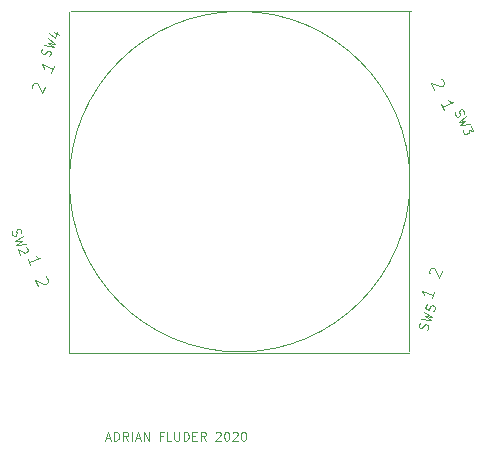
<source format=gbr>
G04 #@! TF.GenerationSoftware,KiCad,Pcbnew,(5.1.4)-1*
G04 #@! TF.CreationDate,2020-08-01T17:35:12+02:00*
G04 #@! TF.ProjectId,ArduinoProMicroUSB,41726475-696e-46f5-9072-6f4d6963726f,rev?*
G04 #@! TF.SameCoordinates,Original*
G04 #@! TF.FileFunction,Legend,Top*
G04 #@! TF.FilePolarity,Positive*
%FSLAX46Y46*%
G04 Gerber Fmt 4.6, Leading zero omitted, Abs format (unit mm)*
G04 Created by KiCad (PCBNEW (5.1.4)-1) date 2020-08-01 17:35:12*
%MOMM*%
%LPD*%
G04 APERTURE LIST*
%ADD10C,0.120000*%
%ADD11C,0.100000*%
%ADD12C,0.015000*%
G04 APERTURE END LIST*
D10*
X185191400Y-61226701D02*
X185191400Y-75643437D01*
X185191400Y-61226701D02*
X185191400Y-46850300D01*
X156387800Y-61277501D02*
X156387800Y-75694237D01*
X156387800Y-61277501D02*
X156387800Y-46901100D01*
X170764200Y-75755500D02*
X156347463Y-75755500D01*
X170764200Y-75755500D02*
X185140600Y-75755500D01*
X170916600Y-46850300D02*
X156499863Y-46850300D01*
X170916600Y-46850300D02*
X185293000Y-46850300D01*
X185231738Y-61277500D02*
G75*
G03X185231738Y-61277500I-14416738J0D01*
G01*
D11*
X159501628Y-82992500D02*
X159858771Y-82992500D01*
X159430200Y-83206785D02*
X159680200Y-82456785D01*
X159930200Y-83206785D01*
X160180200Y-83206785D02*
X160180200Y-82456785D01*
X160358771Y-82456785D01*
X160465914Y-82492500D01*
X160537342Y-82563928D01*
X160573057Y-82635357D01*
X160608771Y-82778214D01*
X160608771Y-82885357D01*
X160573057Y-83028214D01*
X160537342Y-83099642D01*
X160465914Y-83171071D01*
X160358771Y-83206785D01*
X160180200Y-83206785D01*
X161358771Y-83206785D02*
X161108771Y-82849642D01*
X160930200Y-83206785D02*
X160930200Y-82456785D01*
X161215914Y-82456785D01*
X161287342Y-82492500D01*
X161323057Y-82528214D01*
X161358771Y-82599642D01*
X161358771Y-82706785D01*
X161323057Y-82778214D01*
X161287342Y-82813928D01*
X161215914Y-82849642D01*
X160930200Y-82849642D01*
X161680200Y-83206785D02*
X161680200Y-82456785D01*
X162001628Y-82992500D02*
X162358771Y-82992500D01*
X161930200Y-83206785D02*
X162180200Y-82456785D01*
X162430200Y-83206785D01*
X162680200Y-83206785D02*
X162680200Y-82456785D01*
X163108771Y-83206785D01*
X163108771Y-82456785D01*
X164287342Y-82813928D02*
X164037342Y-82813928D01*
X164037342Y-83206785D02*
X164037342Y-82456785D01*
X164394485Y-82456785D01*
X165037342Y-83206785D02*
X164680200Y-83206785D01*
X164680200Y-82456785D01*
X165287342Y-82456785D02*
X165287342Y-83063928D01*
X165323057Y-83135357D01*
X165358771Y-83171071D01*
X165430200Y-83206785D01*
X165573057Y-83206785D01*
X165644485Y-83171071D01*
X165680200Y-83135357D01*
X165715914Y-83063928D01*
X165715914Y-82456785D01*
X166073057Y-83206785D02*
X166073057Y-82456785D01*
X166251628Y-82456785D01*
X166358771Y-82492500D01*
X166430200Y-82563928D01*
X166465914Y-82635357D01*
X166501628Y-82778214D01*
X166501628Y-82885357D01*
X166465914Y-83028214D01*
X166430200Y-83099642D01*
X166358771Y-83171071D01*
X166251628Y-83206785D01*
X166073057Y-83206785D01*
X166823057Y-82813928D02*
X167073057Y-82813928D01*
X167180200Y-83206785D02*
X166823057Y-83206785D01*
X166823057Y-82456785D01*
X167180200Y-82456785D01*
X167930200Y-83206785D02*
X167680200Y-82849642D01*
X167501628Y-83206785D02*
X167501628Y-82456785D01*
X167787342Y-82456785D01*
X167858771Y-82492500D01*
X167894485Y-82528214D01*
X167930200Y-82599642D01*
X167930200Y-82706785D01*
X167894485Y-82778214D01*
X167858771Y-82813928D01*
X167787342Y-82849642D01*
X167501628Y-82849642D01*
X168787342Y-82528214D02*
X168823057Y-82492500D01*
X168894485Y-82456785D01*
X169073057Y-82456785D01*
X169144485Y-82492500D01*
X169180200Y-82528214D01*
X169215914Y-82599642D01*
X169215914Y-82671071D01*
X169180200Y-82778214D01*
X168751628Y-83206785D01*
X169215914Y-83206785D01*
X169680200Y-82456785D02*
X169751628Y-82456785D01*
X169823057Y-82492500D01*
X169858771Y-82528214D01*
X169894485Y-82599642D01*
X169930200Y-82742500D01*
X169930200Y-82921071D01*
X169894485Y-83063928D01*
X169858771Y-83135357D01*
X169823057Y-83171071D01*
X169751628Y-83206785D01*
X169680200Y-83206785D01*
X169608771Y-83171071D01*
X169573057Y-83135357D01*
X169537342Y-83063928D01*
X169501628Y-82921071D01*
X169501628Y-82742500D01*
X169537342Y-82599642D01*
X169573057Y-82528214D01*
X169608771Y-82492500D01*
X169680200Y-82456785D01*
X170215914Y-82528214D02*
X170251628Y-82492500D01*
X170323057Y-82456785D01*
X170501628Y-82456785D01*
X170573057Y-82492500D01*
X170608771Y-82528214D01*
X170644485Y-82599642D01*
X170644485Y-82671071D01*
X170608771Y-82778214D01*
X170180200Y-83206785D01*
X170644485Y-83206785D01*
X171108771Y-82456785D02*
X171180200Y-82456785D01*
X171251628Y-82492500D01*
X171287342Y-82528214D01*
X171323057Y-82599642D01*
X171358771Y-82742500D01*
X171358771Y-82921071D01*
X171323057Y-83063928D01*
X171287342Y-83135357D01*
X171251628Y-83171071D01*
X171180200Y-83206785D01*
X171108771Y-83206785D01*
X171037342Y-83171071D01*
X171001628Y-83135357D01*
X170965914Y-83063928D01*
X170930200Y-82921071D01*
X170930200Y-82742500D01*
X170965914Y-82599642D01*
X171001628Y-82528214D01*
X171037342Y-82492500D01*
X171108771Y-82456785D01*
D12*
X151510658Y-65482906D02*
X151513897Y-65601433D01*
X151578017Y-65777603D01*
X151638900Y-65835247D01*
X151686958Y-65857657D01*
X151770250Y-65867243D01*
X151840719Y-65841595D01*
X151898363Y-65780712D01*
X151920773Y-65732654D01*
X151930358Y-65649362D01*
X151914296Y-65495601D01*
X151923882Y-65412309D01*
X151946292Y-65364251D01*
X152003936Y-65303368D01*
X152074404Y-65277720D01*
X152157696Y-65287306D01*
X152205754Y-65309716D01*
X152266637Y-65367360D01*
X152330757Y-65543530D01*
X152333996Y-65662056D01*
X152458999Y-65895871D02*
X151783204Y-66341349D01*
X152363012Y-66289923D01*
X151885797Y-66623221D01*
X152689834Y-66530084D01*
X152709135Y-66802371D02*
X152757193Y-66824781D01*
X152818076Y-66882425D01*
X152882196Y-67058596D01*
X152872611Y-67141888D01*
X152850201Y-67189946D01*
X152792557Y-67250829D01*
X152722088Y-67276477D01*
X152603562Y-67279715D01*
X152026863Y-67010796D01*
X152193577Y-67468839D01*
X154397652Y-69301938D02*
X154458720Y-69330414D01*
X154536083Y-69403663D01*
X154617562Y-69627525D01*
X154605382Y-69733365D01*
X154576905Y-69794433D01*
X154503656Y-69871797D01*
X154414112Y-69904388D01*
X154263499Y-69908503D01*
X153530682Y-69566785D01*
X153742527Y-70148825D01*
X153091707Y-68360084D02*
X152895926Y-67822178D01*
X152993816Y-68091131D02*
X153935152Y-67748513D01*
X153768045Y-67707808D01*
X153645764Y-67650787D01*
X153568308Y-67577451D01*
X189015730Y-55421512D02*
X189029286Y-55539305D01*
X189108517Y-55709216D01*
X189174192Y-55761335D01*
X189224021Y-55779471D01*
X189307831Y-55781761D01*
X189375796Y-55750068D01*
X189427914Y-55684394D01*
X189446051Y-55634565D01*
X189448340Y-55550754D01*
X189418938Y-55398979D01*
X189421228Y-55315168D01*
X189439364Y-55265339D01*
X189491482Y-55199665D01*
X189559447Y-55167972D01*
X189643258Y-55170262D01*
X189693086Y-55188398D01*
X189758761Y-55240517D01*
X189837992Y-55410428D01*
X189851548Y-55528221D01*
X189996454Y-55750251D02*
X189362057Y-56252933D01*
X189935176Y-56151169D01*
X189488826Y-56524792D01*
X190281686Y-56361933D01*
X190376763Y-56565827D02*
X190582764Y-57007597D01*
X190199982Y-56896490D01*
X190247521Y-56998437D01*
X190245231Y-57082248D01*
X190227095Y-57132077D01*
X190174976Y-57197751D01*
X190005065Y-57276982D01*
X189921254Y-57274693D01*
X189871425Y-57256556D01*
X189805751Y-57204438D01*
X189710673Y-57000544D01*
X189712963Y-56916733D01*
X189731099Y-56866905D01*
X188075514Y-55228537D02*
X187833595Y-54709741D01*
X187954554Y-54969139D02*
X188862446Y-54545782D01*
X188692428Y-54519796D01*
X188565642Y-54473650D01*
X188482090Y-54407344D01*
X187850779Y-52601492D02*
X187914097Y-52624538D01*
X187997551Y-52690765D01*
X188098230Y-52906674D01*
X188095320Y-53013173D01*
X188072275Y-53076490D01*
X188006047Y-53159944D01*
X187919684Y-53200216D01*
X187770003Y-53217442D01*
X187010192Y-52940893D01*
X187271960Y-53502255D01*
X154652407Y-50678423D02*
X154733928Y-50592322D01*
X154813159Y-50422411D01*
X154810869Y-50338600D01*
X154792733Y-50288771D01*
X154740615Y-50223097D01*
X154672650Y-50191404D01*
X154588839Y-50193694D01*
X154539011Y-50211830D01*
X154473336Y-50263949D01*
X154375969Y-50384032D01*
X154310294Y-50436150D01*
X154260466Y-50454286D01*
X154176655Y-50456576D01*
X154108690Y-50424884D01*
X154056572Y-50359209D01*
X154038436Y-50309380D01*
X154036146Y-50225570D01*
X154115377Y-50055658D01*
X154196898Y-49969557D01*
X154273839Y-49715835D02*
X155066699Y-49878694D01*
X154620349Y-49505071D01*
X155193468Y-49606835D01*
X154559071Y-49104153D01*
X155066333Y-48637377D02*
X155542085Y-48859224D01*
X154715243Y-48680519D02*
X155145747Y-49088124D01*
X155351747Y-48646354D01*
X153240962Y-53383500D02*
X153217917Y-53320182D01*
X153215007Y-53213683D01*
X153315687Y-52997775D01*
X153399140Y-52931548D01*
X153462458Y-52908502D01*
X153568957Y-52905592D01*
X153655320Y-52945864D01*
X153764729Y-53049453D01*
X154041278Y-53809264D01*
X154303045Y-53247903D01*
X155108939Y-51522712D02*
X154867020Y-52041508D01*
X154987980Y-51782110D02*
X154080088Y-51358753D01*
X154169467Y-51505699D01*
X154215613Y-51632484D01*
X154218526Y-51739110D01*
X186654642Y-73836156D02*
X186728348Y-73743278D01*
X186792469Y-73567108D01*
X186782883Y-73483815D01*
X186760473Y-73435757D01*
X186702829Y-73374875D01*
X186632361Y-73349226D01*
X186549069Y-73358812D01*
X186501011Y-73381222D01*
X186440128Y-73438866D01*
X186353598Y-73566978D01*
X186292715Y-73624622D01*
X186244657Y-73647032D01*
X186161365Y-73656618D01*
X186090896Y-73630970D01*
X186033252Y-73570087D01*
X186010842Y-73522029D01*
X186001257Y-73438737D01*
X186065377Y-73262566D01*
X186139084Y-73169688D01*
X186193619Y-72910225D02*
X186997656Y-73003362D01*
X186520441Y-72670064D01*
X187100249Y-72721490D01*
X186424454Y-72276012D01*
X186655289Y-71641798D02*
X186527047Y-71994139D01*
X186866564Y-72157615D01*
X186844154Y-72109557D01*
X186834568Y-72026264D01*
X186898689Y-71850094D01*
X186959571Y-71792450D01*
X187007630Y-71770040D01*
X187090922Y-71760454D01*
X187267092Y-71824575D01*
X187324736Y-71885457D01*
X187347146Y-71933516D01*
X187356732Y-72016808D01*
X187292611Y-72192978D01*
X187231729Y-72250622D01*
X187183671Y-72273032D01*
X187292901Y-70615831D02*
X187097120Y-71153737D01*
X187195011Y-70884784D02*
X186253675Y-70542166D01*
X186355522Y-70680763D01*
X186412542Y-70803044D01*
X186424737Y-70909010D01*
X186897903Y-69054885D02*
X186869427Y-68993817D01*
X186857246Y-68887977D01*
X186938725Y-68664115D01*
X187016089Y-68590867D01*
X187077157Y-68562390D01*
X187182997Y-68550209D01*
X187272542Y-68582801D01*
X187390563Y-68676461D01*
X187732281Y-69409277D01*
X187944126Y-68827238D01*
M02*

</source>
